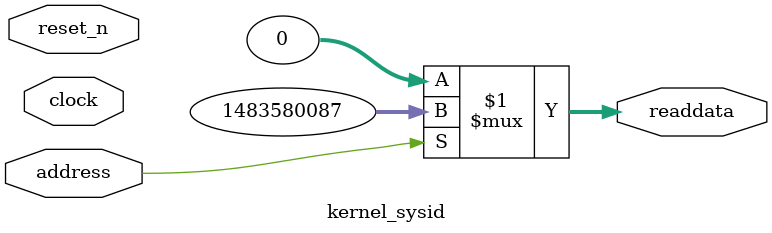
<source format=v>

`timescale 1ns / 1ps
// synthesis translate_on

// turn off superfluous verilog processor warnings 
// altera message_level Level1 
// altera message_off 10034 10035 10036 10037 10230 10240 10030 

module kernel_sysid (
               // inputs:
                address,
                clock,
                reset_n,

               // outputs:
                readdata
             )
;

  output  [ 31: 0] readdata;
  input            address;
  input            clock;
  input            reset_n;

  wire    [ 31: 0] readdata;
  //control_slave, which is an e_avalon_slave
  assign readdata = address ? 1483580087 : 0;

endmodule




</source>
